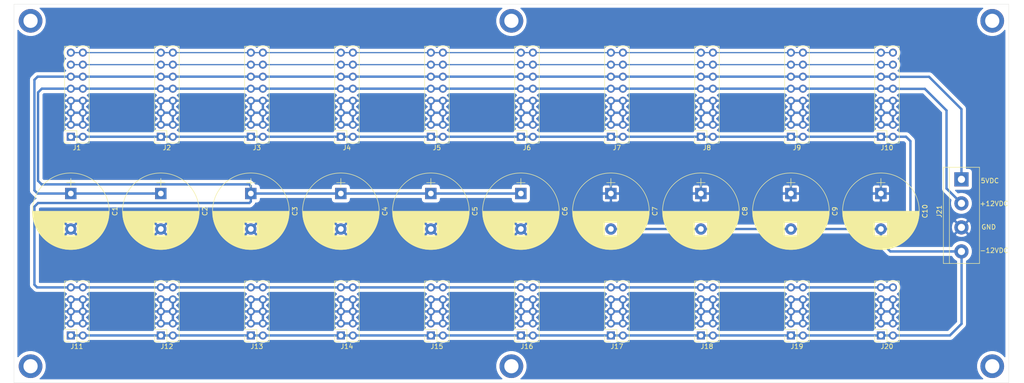
<source format=kicad_pcb>
(kicad_pcb (version 20171130) (host pcbnew "(5.1.5)-3")
  (layers (0 F.Cu signal) (31 B.Cu signal) (34 B.Paste user) (35 F.Paste user) (36 B.SilkS user) (37 F.SilkS user) (38 B.Mask user) (39 F.Mask user) (44 Edge.Cuts user))
  (net 0 "")
  (net 1 /Gate)
  (net 2 /CV)
  (net 3 /0VDC)
  (net 4 /+5VDC)
  (net 5 /+12VDC)
  (net 6 /-12VDC)
  (module Custom_Library:Mount_Hole_3mm (layer F.Cu) (at 3.5 74.5)
    (fp_text reference REF** hide)
    (fp_text value Mount_Hole_3mm)
    (pad 1 thru_hole circle (at 0 0) (size 5 5) (drill 3) (layers *.Cu *.Mask))
  )
  (module Custom_Library:Mount_Hole_3mm (layer F.Cu) (at 3.5 1.5)
    (fp_text reference REF** hide)
    (fp_text value Mount_Hole_3mm)
    (pad 1 thru_hole circle (at 0 0) (size 5 5) (drill 3) (layers *.Cu *.Mask))
  )
  (module Custom_Library:Mount_Hole_3mm (layer F.Cu) (at 206.5 74.5)
    (fp_text reference REF** hide)
    (fp_text value Mount_Hole_3mm)
    (pad 1 thru_hole circle (at 0 0) (size 5 5) (drill 3) (layers *.Cu *.Mask))
  )
  (module Custom_Library:Mount_Hole_3mm (layer F.Cu) (at 206.5 1.5)
    (fp_text reference REF** hide)
    (fp_text value Mount_Hole_3mm)
    (pad 1 thru_hole circle (at 0 0) (size 5 5) (drill 3) (layers *.Cu *.Mask))
  )
  (module Custom_Library:Mount_Hole_3mm (layer F.Cu) (at 105 74.5)
    (fp_text reference REF** hide)
    (fp_text value Mount_Hole_3mm)
    (pad 1 thru_hole circle (at 0 0) (size 5 5) (drill 3) (layers *.Cu *.Mask))
  )
  (module Custom_Library:Mount_Hole_3mm (layer F.Cu) (at 105 1.5)
    (fp_text reference REF** hide)
    (fp_text value Mount_Hole_3mm)
    (pad 1 thru_hole circle (at 0 0) (size 5 5) (drill 3) (layers *.Cu *.Mask))
  )
  (module Capacitors_THT:CP_Radial_D16.0mm_P7.50mm (layer F.Cu) (at 31 38 270)
    (fp_text reference C2 (at 3.75 -9.31 90) (layer F.SilkS))
    (fp_text value 2200uF)
    (pad 1 thru_hole rect (at 0 0 270) (size 2.4 2.4) (drill 1.2) (layers *.Cu *.Mask) (net 4 /+5VDC))
    (pad 2 thru_hole circle (at 7.5 0 270) (size 2.4 2.4) (drill 1.2) (layers *.Cu *.Mask) (net 3 /0VDC))
  )
  (module Socket_Strips:Socket_Strip_Straight_2x08_Pitch2.54mm (layer F.Cu) (at 164 26 180)
    (fp_text reference J9 (at -1.27 -2.33) (layer F.SilkS))
    (fp_text value Conn_02x08_Odd_Even)
    (pad 16 thru_hole oval (at -2.54 17.78 180) (size 1.7 1.7) (drill 1) (layers *.Cu *.Mask) (net 1 /Gate))
    (pad 15 thru_hole oval (at 0 17.78 180) (size 1.7 1.7) (drill 1) (layers *.Cu *.Mask) (net 1 /Gate))
    (pad 14 thru_hole oval (at -2.54 15.24 180) (size 1.7 1.7) (drill 1) (layers *.Cu *.Mask) (net 2 /CV))
    (pad 13 thru_hole oval (at 0 15.24 180) (size 1.7 1.7) (drill 1) (layers *.Cu *.Mask) (net 2 /CV))
    (pad 12 thru_hole oval (at -2.54 12.7 180) (size 1.7 1.7) (drill 1) (layers *.Cu *.Mask) (net 4 /+5VDC))
    (pad 11 thru_hole oval (at 0 12.7 180) (size 1.7 1.7) (drill 1) (layers *.Cu *.Mask) (net 4 /+5VDC))
    (pad 10 thru_hole oval (at -2.54 10.16 180) (size 1.7 1.7) (drill 1) (layers *.Cu *.Mask) (net 5 /+12VDC))
    (pad 9 thru_hole oval (at 0 10.16 180) (size 1.7 1.7) (drill 1) (layers *.Cu *.Mask) (net 5 /+12VDC))
    (pad 8 thru_hole oval (at -2.54 7.62 180) (size 1.7 1.7) (drill 1) (layers *.Cu *.Mask) (net 3 /0VDC))
    (pad 7 thru_hole oval (at 0 7.62 180) (size 1.7 1.7) (drill 1) (layers *.Cu *.Mask) (net 3 /0VDC))
    (pad 6 thru_hole oval (at -2.54 5.08 180) (size 1.7 1.7) (drill 1) (layers *.Cu *.Mask) (net 3 /0VDC))
    (pad 5 thru_hole oval (at 0 5.08 180) (size 1.7 1.7) (drill 1) (layers *.Cu *.Mask) (net 3 /0VDC))
    (pad 4 thru_hole oval (at -2.54 2.54 180) (size 1.7 1.7) (drill 1) (layers *.Cu *.Mask) (net 3 /0VDC))
    (pad 3 thru_hole oval (at 0 2.54 180) (size 1.7 1.7) (drill 1) (layers *.Cu *.Mask) (net 3 /0VDC))
    (pad 2 thru_hole oval (at -2.54 0 180) (size 1.7 1.7) (drill 1) (layers *.Cu *.Mask) (net 6 /-12VDC))
    (pad 1 thru_hole rect (at 0 0 180) (size 1.7 1.7) (drill 1) (layers *.Cu *.Mask) (net 6 /-12VDC))
  )
  (module Socket_Strips:Socket_Strip_Straight_2x08_Pitch2.54mm (layer F.Cu) (at 12 26 180)
    (fp_text reference J1 (at -1.27 -2.33) (layer F.SilkS))
    (fp_text value Conn_02x08_Odd_Even)
    (pad 16 thru_hole oval (at -2.54 17.78 180) (size 1.7 1.7) (drill 1) (layers *.Cu *.Mask) (net 1 /Gate))
    (pad 15 thru_hole oval (at 0 17.78 180) (size 1.7 1.7) (drill 1) (layers *.Cu *.Mask) (net 1 /Gate))
    (pad 14 thru_hole oval (at -2.54 15.24 180) (size 1.7 1.7) (drill 1) (layers *.Cu *.Mask) (net 2 /CV))
    (pad 13 thru_hole oval (at 0 15.24 180) (size 1.7 1.7) (drill 1) (layers *.Cu *.Mask) (net 2 /CV))
    (pad 12 thru_hole oval (at -2.54 12.7 180) (size 1.7 1.7) (drill 1) (layers *.Cu *.Mask) (net 4 /+5VDC))
    (pad 11 thru_hole oval (at 0 12.7 180) (size 1.7 1.7) (drill 1) (layers *.Cu *.Mask) (net 4 /+5VDC))
    (pad 10 thru_hole oval (at -2.54 10.16 180) (size 1.7 1.7) (drill 1) (layers *.Cu *.Mask) (net 5 /+12VDC))
    (pad 9 thru_hole oval (at 0 10.16 180) (size 1.7 1.7) (drill 1) (layers *.Cu *.Mask) (net 5 /+12VDC))
    (pad 8 thru_hole oval (at -2.54 7.62 180) (size 1.7 1.7) (drill 1) (layers *.Cu *.Mask) (net 3 /0VDC))
    (pad 7 thru_hole oval (at 0 7.62 180) (size 1.7 1.7) (drill 1) (layers *.Cu *.Mask) (net 3 /0VDC))
    (pad 6 thru_hole oval (at -2.54 5.08 180) (size 1.7 1.7) (drill 1) (layers *.Cu *.Mask) (net 3 /0VDC))
    (pad 5 thru_hole oval (at 0 5.08 180) (size 1.7 1.7) (drill 1) (layers *.Cu *.Mask) (net 3 /0VDC))
    (pad 4 thru_hole oval (at -2.54 2.54 180) (size 1.7 1.7) (drill 1) (layers *.Cu *.Mask) (net 3 /0VDC))
    (pad 3 thru_hole oval (at 0 2.54 180) (size 1.7 1.7) (drill 1) (layers *.Cu *.Mask) (net 3 /0VDC))
    (pad 2 thru_hole oval (at -2.54 0 180) (size 1.7 1.7) (drill 1) (layers *.Cu *.Mask) (net 6 /-12VDC))
    (pad 1 thru_hole rect (at 0 0 180) (size 1.7 1.7) (drill 1) (layers *.Cu *.Mask) (net 6 /-12VDC))
  )
  (module Socket_Strips:Socket_Strip_Straight_2x08_Pitch2.54mm (layer F.Cu) (at 31 26 180)
    (fp_text reference J2 (at -1.27 -2.33) (layer F.SilkS))
    (fp_text value Conn_02x08_Odd_Even)
    (pad 16 thru_hole oval (at -2.54 17.78 180) (size 1.7 1.7) (drill 1) (layers *.Cu *.Mask) (net 1 /Gate))
    (pad 15 thru_hole oval (at 0 17.78 180) (size 1.7 1.7) (drill 1) (layers *.Cu *.Mask) (net 1 /Gate))
    (pad 14 thru_hole oval (at -2.54 15.24 180) (size 1.7 1.7) (drill 1) (layers *.Cu *.Mask) (net 2 /CV))
    (pad 13 thru_hole oval (at 0 15.24 180) (size 1.7 1.7) (drill 1) (layers *.Cu *.Mask) (net 2 /CV))
    (pad 12 thru_hole oval (at -2.54 12.7 180) (size 1.7 1.7) (drill 1) (layers *.Cu *.Mask) (net 4 /+5VDC))
    (pad 11 thru_hole oval (at 0 12.7 180) (size 1.7 1.7) (drill 1) (layers *.Cu *.Mask) (net 4 /+5VDC))
    (pad 10 thru_hole oval (at -2.54 10.16 180) (size 1.7 1.7) (drill 1) (layers *.Cu *.Mask) (net 5 /+12VDC))
    (pad 9 thru_hole oval (at 0 10.16 180) (size 1.7 1.7) (drill 1) (layers *.Cu *.Mask) (net 5 /+12VDC))
    (pad 8 thru_hole oval (at -2.54 7.62 180) (size 1.7 1.7) (drill 1) (layers *.Cu *.Mask) (net 3 /0VDC))
    (pad 7 thru_hole oval (at 0 7.62 180) (size 1.7 1.7) (drill 1) (layers *.Cu *.Mask) (net 3 /0VDC))
    (pad 6 thru_hole oval (at -2.54 5.08 180) (size 1.7 1.7) (drill 1) (layers *.Cu *.Mask) (net 3 /0VDC))
    (pad 5 thru_hole oval (at 0 5.08 180) (size 1.7 1.7) (drill 1) (layers *.Cu *.Mask) (net 3 /0VDC))
    (pad 4 thru_hole oval (at -2.54 2.54 180) (size 1.7 1.7) (drill 1) (layers *.Cu *.Mask) (net 3 /0VDC))
    (pad 3 thru_hole oval (at 0 2.54 180) (size 1.7 1.7) (drill 1) (layers *.Cu *.Mask) (net 3 /0VDC))
    (pad 2 thru_hole oval (at -2.54 0 180) (size 1.7 1.7) (drill 1) (layers *.Cu *.Mask) (net 6 /-12VDC))
    (pad 1 thru_hole rect (at 0 0 180) (size 1.7 1.7) (drill 1) (layers *.Cu *.Mask) (net 6 /-12VDC))
  )
  (module Socket_Strips:Socket_Strip_Straight_2x08_Pitch2.54mm (layer F.Cu) (at 50 26 180)
    (fp_text reference J3 (at -1.27 -2.33) (layer F.SilkS))
    (fp_text value Conn_02x08_Odd_Even)
    (pad 1 thru_hole rect (at 0 0 180) (size 1.7 1.7) (drill 1) (layers *.Cu *.Mask) (net 6 /-12VDC))
    (pad 2 thru_hole oval (at -2.54 0 180) (size 1.7 1.7) (drill 1) (layers *.Cu *.Mask) (net 6 /-12VDC))
    (pad 3 thru_hole oval (at 0 2.54 180) (size 1.7 1.7) (drill 1) (layers *.Cu *.Mask) (net 3 /0VDC))
    (pad 4 thru_hole oval (at -2.54 2.54 180) (size 1.7 1.7) (drill 1) (layers *.Cu *.Mask) (net 3 /0VDC))
    (pad 5 thru_hole oval (at 0 5.08 180) (size 1.7 1.7) (drill 1) (layers *.Cu *.Mask) (net 3 /0VDC))
    (pad 6 thru_hole oval (at -2.54 5.08 180) (size 1.7 1.7) (drill 1) (layers *.Cu *.Mask) (net 3 /0VDC))
    (pad 7 thru_hole oval (at 0 7.62 180) (size 1.7 1.7) (drill 1) (layers *.Cu *.Mask) (net 3 /0VDC))
    (pad 8 thru_hole oval (at -2.54 7.62 180) (size 1.7 1.7) (drill 1) (layers *.Cu *.Mask) (net 3 /0VDC))
    (pad 9 thru_hole oval (at 0 10.16 180) (size 1.7 1.7) (drill 1) (layers *.Cu *.Mask) (net 5 /+12VDC))
    (pad 10 thru_hole oval (at -2.54 10.16 180) (size 1.7 1.7) (drill 1) (layers *.Cu *.Mask) (net 5 /+12VDC))
    (pad 11 thru_hole oval (at 0 12.7 180) (size 1.7 1.7) (drill 1) (layers *.Cu *.Mask) (net 4 /+5VDC))
    (pad 12 thru_hole oval (at -2.54 12.7 180) (size 1.7 1.7) (drill 1) (layers *.Cu *.Mask) (net 4 /+5VDC))
    (pad 13 thru_hole oval (at 0 15.24 180) (size 1.7 1.7) (drill 1) (layers *.Cu *.Mask) (net 2 /CV))
    (pad 14 thru_hole oval (at -2.54 15.24 180) (size 1.7 1.7) (drill 1) (layers *.Cu *.Mask) (net 2 /CV))
    (pad 15 thru_hole oval (at 0 17.78 180) (size 1.7 1.7) (drill 1) (layers *.Cu *.Mask) (net 1 /Gate))
    (pad 16 thru_hole oval (at -2.54 17.78 180) (size 1.7 1.7) (drill 1) (layers *.Cu *.Mask) (net 1 /Gate))
  )
  (module Socket_Strips:Socket_Strip_Straight_2x08_Pitch2.54mm (layer F.Cu) (at 69 26 180)
    (fp_text reference J4 (at -1.27 -2.33) (layer F.SilkS))
    (fp_text value Conn_02x08_Odd_Even)
    (pad 16 thru_hole oval (at -2.54 17.78 180) (size 1.7 1.7) (drill 1) (layers *.Cu *.Mask) (net 1 /Gate))
    (pad 15 thru_hole oval (at 0 17.78 180) (size 1.7 1.7) (drill 1) (layers *.Cu *.Mask) (net 1 /Gate))
    (pad 14 thru_hole oval (at -2.54 15.24 180) (size 1.7 1.7) (drill 1) (layers *.Cu *.Mask) (net 2 /CV))
    (pad 13 thru_hole oval (at 0 15.24 180) (size 1.7 1.7) (drill 1) (layers *.Cu *.Mask) (net 2 /CV))
    (pad 12 thru_hole oval (at -2.54 12.7 180) (size 1.7 1.7) (drill 1) (layers *.Cu *.Mask) (net 4 /+5VDC))
    (pad 11 thru_hole oval (at 0 12.7 180) (size 1.7 1.7) (drill 1) (layers *.Cu *.Mask) (net 4 /+5VDC))
    (pad 10 thru_hole oval (at -2.54 10.16 180) (size 1.7 1.7) (drill 1) (layers *.Cu *.Mask) (net 5 /+12VDC))
    (pad 9 thru_hole oval (at 0 10.16 180) (size 1.7 1.7) (drill 1) (layers *.Cu *.Mask) (net 5 /+12VDC))
    (pad 8 thru_hole oval (at -2.54 7.62 180) (size 1.7 1.7) (drill 1) (layers *.Cu *.Mask) (net 3 /0VDC))
    (pad 7 thru_hole oval (at 0 7.62 180) (size 1.7 1.7) (drill 1) (layers *.Cu *.Mask) (net 3 /0VDC))
    (pad 6 thru_hole oval (at -2.54 5.08 180) (size 1.7 1.7) (drill 1) (layers *.Cu *.Mask) (net 3 /0VDC))
    (pad 5 thru_hole oval (at 0 5.08 180) (size 1.7 1.7) (drill 1) (layers *.Cu *.Mask) (net 3 /0VDC))
    (pad 4 thru_hole oval (at -2.54 2.54 180) (size 1.7 1.7) (drill 1) (layers *.Cu *.Mask) (net 3 /0VDC))
    (pad 3 thru_hole oval (at 0 2.54 180) (size 1.7 1.7) (drill 1) (layers *.Cu *.Mask) (net 3 /0VDC))
    (pad 2 thru_hole oval (at -2.54 0 180) (size 1.7 1.7) (drill 1) (layers *.Cu *.Mask) (net 6 /-12VDC))
    (pad 1 thru_hole rect (at 0 0 180) (size 1.7 1.7) (drill 1) (layers *.Cu *.Mask) (net 6 /-12VDC))
  )
  (module Socket_Strips:Socket_Strip_Straight_2x08_Pitch2.54mm (layer F.Cu) (at 88 26 180)
    (fp_text reference J5 (at -1.27 -2.33) (layer F.SilkS))
    (fp_text value Conn_02x08_Odd_Even)
    (pad 1 thru_hole rect (at 0 0 180) (size 1.7 1.7) (drill 1) (layers *.Cu *.Mask) (net 6 /-12VDC))
    (pad 2 thru_hole oval (at -2.54 0 180) (size 1.7 1.7) (drill 1) (layers *.Cu *.Mask) (net 6 /-12VDC))
    (pad 3 thru_hole oval (at 0 2.54 180) (size 1.7 1.7) (drill 1) (layers *.Cu *.Mask) (net 3 /0VDC))
    (pad 4 thru_hole oval (at -2.54 2.54 180) (size 1.7 1.7) (drill 1) (layers *.Cu *.Mask) (net 3 /0VDC))
    (pad 5 thru_hole oval (at 0 5.08 180) (size 1.7 1.7) (drill 1) (layers *.Cu *.Mask) (net 3 /0VDC))
    (pad 6 thru_hole oval (at -2.54 5.08 180) (size 1.7 1.7) (drill 1) (layers *.Cu *.Mask) (net 3 /0VDC))
    (pad 7 thru_hole oval (at 0 7.62 180) (size 1.7 1.7) (drill 1) (layers *.Cu *.Mask) (net 3 /0VDC))
    (pad 8 thru_hole oval (at -2.54 7.62 180) (size 1.7 1.7) (drill 1) (layers *.Cu *.Mask) (net 3 /0VDC))
    (pad 9 thru_hole oval (at 0 10.16 180) (size 1.7 1.7) (drill 1) (layers *.Cu *.Mask) (net 5 /+12VDC))
    (pad 10 thru_hole oval (at -2.54 10.16 180) (size 1.7 1.7) (drill 1) (layers *.Cu *.Mask) (net 5 /+12VDC))
    (pad 11 thru_hole oval (at 0 12.7 180) (size 1.7 1.7) (drill 1) (layers *.Cu *.Mask) (net 4 /+5VDC))
    (pad 12 thru_hole oval (at -2.54 12.7 180) (size 1.7 1.7) (drill 1) (layers *.Cu *.Mask) (net 4 /+5VDC))
    (pad 13 thru_hole oval (at 0 15.24 180) (size 1.7 1.7) (drill 1) (layers *.Cu *.Mask) (net 2 /CV))
    (pad 14 thru_hole oval (at -2.54 15.24 180) (size 1.7 1.7) (drill 1) (layers *.Cu *.Mask) (net 2 /CV))
    (pad 15 thru_hole oval (at 0 17.78 180) (size 1.7 1.7) (drill 1) (layers *.Cu *.Mask) (net 1 /Gate))
    (pad 16 thru_hole oval (at -2.54 17.78 180) (size 1.7 1.7) (drill 1) (layers *.Cu *.Mask) (net 1 /Gate))
  )
  (module Socket_Strips:Socket_Strip_Straight_2x08_Pitch2.54mm (layer F.Cu) (at 107 26 180)
    (fp_text reference J6 (at -1.27 -2.33) (layer F.SilkS))
    (fp_text value Conn_02x08_Odd_Even)
    (pad 1 thru_hole rect (at 0 0 180) (size 1.7 1.7) (drill 1) (layers *.Cu *.Mask) (net 6 /-12VDC))
    (pad 2 thru_hole oval (at -2.54 0 180) (size 1.7 1.7) (drill 1) (layers *.Cu *.Mask) (net 6 /-12VDC))
    (pad 3 thru_hole oval (at 0 2.54 180) (size 1.7 1.7) (drill 1) (layers *.Cu *.Mask) (net 3 /0VDC))
    (pad 4 thru_hole oval (at -2.54 2.54 180) (size 1.7 1.7) (drill 1) (layers *.Cu *.Mask) (net 3 /0VDC))
    (pad 5 thru_hole oval (at 0 5.08 180) (size 1.7 1.7) (drill 1) (layers *.Cu *.Mask) (net 3 /0VDC))
    (pad 6 thru_hole oval (at -2.54 5.08 180) (size 1.7 1.7) (drill 1) (layers *.Cu *.Mask) (net 3 /0VDC))
    (pad 7 thru_hole oval (at 0 7.62 180) (size 1.7 1.7) (drill 1) (layers *.Cu *.Mask) (net 3 /0VDC))
    (pad 8 thru_hole oval (at -2.54 7.62 180) (size 1.7 1.7) (drill 1) (layers *.Cu *.Mask) (net 3 /0VDC))
    (pad 9 thru_hole oval (at 0 10.16 180) (size 1.7 1.7) (drill 1) (layers *.Cu *.Mask) (net 5 /+12VDC))
    (pad 10 thru_hole oval (at -2.54 10.16 180) (size 1.7 1.7) (drill 1) (layers *.Cu *.Mask) (net 5 /+12VDC))
    (pad 11 thru_hole oval (at 0 12.7 180) (size 1.7 1.7) (drill 1) (layers *.Cu *.Mask) (net 4 /+5VDC))
    (pad 12 thru_hole oval (at -2.54 12.7 180) (size 1.7 1.7) (drill 1) (layers *.Cu *.Mask) (net 4 /+5VDC))
    (pad 13 thru_hole oval (at 0 15.24 180) (size 1.7 1.7) (drill 1) (layers *.Cu *.Mask) (net 2 /CV))
    (pad 14 thru_hole oval (at -2.54 15.24 180) (size 1.7 1.7) (drill 1) (layers *.Cu *.Mask) (net 2 /CV))
    (pad 15 thru_hole oval (at 0 17.78 180) (size 1.7 1.7) (drill 1) (layers *.Cu *.Mask) (net 1 /Gate))
    (pad 16 thru_hole oval (at -2.54 17.78 180) (size 1.7 1.7) (drill 1) (layers *.Cu *.Mask) (net 1 /Gate))
  )
  (module Socket_Strips:Socket_Strip_Straight_2x08_Pitch2.54mm (layer F.Cu) (at 126 26 180)
    (fp_text reference J7 (at -1.27 -2.33) (layer F.SilkS))
    (fp_text value Conn_02x08_Odd_Even)
    (pad 16 thru_hole oval (at -2.54 17.78 180) (size 1.7 1.7) (drill 1) (layers *.Cu *.Mask) (net 1 /Gate))
    (pad 15 thru_hole oval (at 0 17.78 180) (size 1.7 1.7) (drill 1) (layers *.Cu *.Mask) (net 1 /Gate))
    (pad 14 thru_hole oval (at -2.54 15.24 180) (size 1.7 1.7) (drill 1) (layers *.Cu *.Mask) (net 2 /CV))
    (pad 13 thru_hole oval (at 0 15.24 180) (size 1.7 1.7) (drill 1) (layers *.Cu *.Mask) (net 2 /CV))
    (pad 12 thru_hole oval (at -2.54 12.7 180) (size 1.7 1.7) (drill 1) (layers *.Cu *.Mask) (net 4 /+5VDC))
    (pad 11 thru_hole oval (at 0 12.7 180) (size 1.7 1.7) (drill 1) (layers *.Cu *.Mask) (net 4 /+5VDC))
    (pad 10 thru_hole oval (at -2.54 10.16 180) (size 1.7 1.7) (drill 1) (layers *.Cu *.Mask) (net 5 /+12VDC))
    (pad 9 thru_hole oval (at 0 10.16 180) (size 1.7 1.7) (drill 1) (layers *.Cu *.Mask) (net 5 /+12VDC))
    (pad 8 thru_hole oval (at -2.54 7.62 180) (size 1.7 1.7) (drill 1) (layers *.Cu *.Mask) (net 3 /0VDC))
    (pad 7 thru_hole oval (at 0 7.62 180) (size 1.7 1.7) (drill 1) (layers *.Cu *.Mask) (net 3 /0VDC))
    (pad 6 thru_hole oval (at -2.54 5.08 180) (size 1.7 1.7) (drill 1) (layers *.Cu *.Mask) (net 3 /0VDC))
    (pad 5 thru_hole oval (at 0 5.08 180) (size 1.7 1.7) (drill 1) (layers *.Cu *.Mask) (net 3 /0VDC))
    (pad 4 thru_hole oval (at -2.54 2.54 180) (size 1.7 1.7) (drill 1) (layers *.Cu *.Mask) (net 3 /0VDC))
    (pad 3 thru_hole oval (at 0 2.54 180) (size 1.7 1.7) (drill 1) (layers *.Cu *.Mask) (net 3 /0VDC))
    (pad 2 thru_hole oval (at -2.54 0 180) (size 1.7 1.7) (drill 1) (layers *.Cu *.Mask) (net 6 /-12VDC))
    (pad 1 thru_hole rect (at 0 0 180) (size 1.7 1.7) (drill 1) (layers *.Cu *.Mask) (net 6 /-12VDC))
  )
  (module Socket_Strips:Socket_Strip_Straight_2x08_Pitch2.54mm (layer F.Cu) (at 145 26 180)
    (fp_text reference J8 (at -1.27 -2.33) (layer F.SilkS))
    (fp_text value Conn_02x08_Odd_Even)
    (pad 1 thru_hole rect (at 0 0 180) (size 1.7 1.7) (drill 1) (layers *.Cu *.Mask) (net 6 /-12VDC))
    (pad 2 thru_hole oval (at -2.54 0 180) (size 1.7 1.7) (drill 1) (layers *.Cu *.Mask) (net 6 /-12VDC))
    (pad 3 thru_hole oval (at 0 2.54 180) (size 1.7 1.7) (drill 1) (layers *.Cu *.Mask) (net 3 /0VDC))
    (pad 4 thru_hole oval (at -2.54 2.54 180) (size 1.7 1.7) (drill 1) (layers *.Cu *.Mask) (net 3 /0VDC))
    (pad 5 thru_hole oval (at 0 5.08 180) (size 1.7 1.7) (drill 1) (layers *.Cu *.Mask) (net 3 /0VDC))
    (pad 6 thru_hole oval (at -2.54 5.08 180) (size 1.7 1.7) (drill 1) (layers *.Cu *.Mask) (net 3 /0VDC))
    (pad 7 thru_hole oval (at 0 7.62 180) (size 1.7 1.7) (drill 1) (layers *.Cu *.Mask) (net 3 /0VDC))
    (pad 8 thru_hole oval (at -2.54 7.62 180) (size 1.7 1.7) (drill 1) (layers *.Cu *.Mask) (net 3 /0VDC))
    (pad 9 thru_hole oval (at 0 10.16 180) (size 1.7 1.7) (drill 1) (layers *.Cu *.Mask) (net 5 /+12VDC))
    (pad 10 thru_hole oval (at -2.54 10.16 180) (size 1.7 1.7) (drill 1) (layers *.Cu *.Mask) (net 5 /+12VDC))
    (pad 11 thru_hole oval (at 0 12.7 180) (size 1.7 1.7) (drill 1) (layers *.Cu *.Mask) (net 4 /+5VDC))
    (pad 12 thru_hole oval (at -2.54 12.7 180) (size 1.7 1.7) (drill 1) (layers *.Cu *.Mask) (net 4 /+5VDC))
    (pad 13 thru_hole oval (at 0 15.24 180) (size 1.7 1.7) (drill 1) (layers *.Cu *.Mask) (net 2 /CV))
    (pad 14 thru_hole oval (at -2.54 15.24 180) (size 1.7 1.7) (drill 1) (layers *.Cu *.Mask) (net 2 /CV))
    (pad 15 thru_hole oval (at 0 17.78 180) (size 1.7 1.7) (drill 1) (layers *.Cu *.Mask) (net 1 /Gate))
    (pad 16 thru_hole oval (at -2.54 17.78 180) (size 1.7 1.7) (drill 1) (layers *.Cu *.Mask) (net 1 /Gate))
  )
  (module Socket_Strips:Socket_Strip_Straight_2x08_Pitch2.54mm (layer F.Cu) (at 183 26 180)
    (fp_text reference J10 (at -1.27 -2.33) (layer F.SilkS))
    (fp_text value Conn_02x08_Odd_Even)
    (pad 1 thru_hole rect (at 0 0 180) (size 1.7 1.7) (drill 1) (layers *.Cu *.Mask) (net 6 /-12VDC))
    (pad 2 thru_hole oval (at -2.54 0 180) (size 1.7 1.7) (drill 1) (layers *.Cu *.Mask) (net 6 /-12VDC))
    (pad 3 thru_hole oval (at 0 2.54 180) (size 1.7 1.7) (drill 1) (layers *.Cu *.Mask) (net 3 /0VDC))
    (pad 4 thru_hole oval (at -2.54 2.54 180) (size 1.7 1.7) (drill 1) (layers *.Cu *.Mask) (net 3 /0VDC))
    (pad 5 thru_hole oval (at 0 5.08 180) (size 1.7 1.7) (drill 1) (layers *.Cu *.Mask) (net 3 /0VDC))
    (pad 6 thru_hole oval (at -2.54 5.08 180) (size 1.7 1.7) (drill 1) (layers *.Cu *.Mask) (net 3 /0VDC))
    (pad 7 thru_hole oval (at 0 7.62 180) (size 1.7 1.7) (drill 1) (layers *.Cu *.Mask) (net 3 /0VDC))
    (pad 8 thru_hole oval (at -2.54 7.62 180) (size 1.7 1.7) (drill 1) (layers *.Cu *.Mask) (net 3 /0VDC))
    (pad 9 thru_hole oval (at 0 10.16 180) (size 1.7 1.7) (drill 1) (layers *.Cu *.Mask) (net 5 /+12VDC))
    (pad 10 thru_hole oval (at -2.54 10.16 180) (size 1.7 1.7) (drill 1) (layers *.Cu *.Mask) (net 5 /+12VDC))
    (pad 11 thru_hole oval (at 0 12.7 180) (size 1.7 1.7) (drill 1) (layers *.Cu *.Mask) (net 4 /+5VDC))
    (pad 12 thru_hole oval (at -2.54 12.7 180) (size 1.7 1.7) (drill 1) (layers *.Cu *.Mask) (net 4 /+5VDC))
    (pad 13 thru_hole oval (at 0 15.24 180) (size 1.7 1.7) (drill 1) (layers *.Cu *.Mask) (net 2 /CV))
    (pad 14 thru_hole oval (at -2.54 15.24 180) (size 1.7 1.7) (drill 1) (layers *.Cu *.Mask) (net 2 /CV))
    (pad 15 thru_hole oval (at 0 17.78 180) (size 1.7 1.7) (drill 1) (layers *.Cu *.Mask) (net 1 /Gate))
    (pad 16 thru_hole oval (at -2.54 17.78 180) (size 1.7 1.7) (drill 1) (layers *.Cu *.Mask) (net 1 /Gate))
  )
  (module Socket_Strips:Socket_Strip_Straight_2x05_Pitch2.54mm (layer F.Cu) (at 12 68 180)
    (fp_text reference J11 (at -1.27 -2.33) (layer F.SilkS))
    (fp_text value Conn_02x05_Odd_Even)
    (pad 1 thru_hole rect (at 0 0 180) (size 1.7 1.7) (drill 1) (layers *.Cu *.Mask) (net 6 /-12VDC))
    (pad 2 thru_hole oval (at -2.54 0 180) (size 1.7 1.7) (drill 1) (layers *.Cu *.Mask) (net 6 /-12VDC))
    (pad 3 thru_hole oval (at 0 2.54 180) (size 1.7 1.7) (drill 1) (layers *.Cu *.Mask) (net 3 /0VDC))
    (pad 4 thru_hole oval (at -2.54 2.54 180) (size 1.7 1.7) (drill 1) (layers *.Cu *.Mask) (net 3 /0VDC))
    (pad 5 thru_hole oval (at 0 5.08 180) (size 1.7 1.7) (drill 1) (layers *.Cu *.Mask) (net 3 /0VDC))
    (pad 6 thru_hole oval (at -2.54 5.08 180) (size 1.7 1.7) (drill 1) (layers *.Cu *.Mask) (net 3 /0VDC))
    (pad 7 thru_hole oval (at 0 7.62 180) (size 1.7 1.7) (drill 1) (layers *.Cu *.Mask) (net 3 /0VDC))
    (pad 8 thru_hole oval (at -2.54 7.62 180) (size 1.7 1.7) (drill 1) (layers *.Cu *.Mask) (net 3 /0VDC))
    (pad 9 thru_hole oval (at 0 10.16 180) (size 1.7 1.7) (drill 1) (layers *.Cu *.Mask) (net 5 /+12VDC))
    (pad 10 thru_hole oval (at -2.54 10.16 180) (size 1.7 1.7) (drill 1) (layers *.Cu *.Mask) (net 5 /+12VDC))
  )
  (module Socket_Strips:Socket_Strip_Straight_2x05_Pitch2.54mm (layer F.Cu) (at 31 68 180)
    (fp_text reference J12 (at -1.27 -2.33) (layer F.SilkS))
    (fp_text value Conn_02x05_Odd_Even)
    (pad 10 thru_hole oval (at -2.54 10.16 180) (size 1.7 1.7) (drill 1) (layers *.Cu *.Mask) (net 5 /+12VDC))
    (pad 9 thru_hole oval (at 0 10.16 180) (size 1.7 1.7) (drill 1) (layers *.Cu *.Mask) (net 5 /+12VDC))
    (pad 8 thru_hole oval (at -2.54 7.62 180) (size 1.7 1.7) (drill 1) (layers *.Cu *.Mask) (net 3 /0VDC))
    (pad 7 thru_hole oval (at 0 7.62 180) (size 1.7 1.7) (drill 1) (layers *.Cu *.Mask) (net 3 /0VDC))
    (pad 6 thru_hole oval (at -2.54 5.08 180) (size 1.7 1.7) (drill 1) (layers *.Cu *.Mask) (net 3 /0VDC))
    (pad 5 thru_hole oval (at 0 5.08 180) (size 1.7 1.7) (drill 1) (layers *.Cu *.Mask) (net 3 /0VDC))
    (pad 4 thru_hole oval (at -2.54 2.54 180) (size 1.7 1.7) (drill 1) (layers *.Cu *.Mask) (net 3 /0VDC))
    (pad 3 thru_hole oval (at 0 2.54 180) (size 1.7 1.7) (drill 1) (layers *.Cu *.Mask) (net 3 /0VDC))
    (pad 2 thru_hole oval (at -2.54 0 180) (size 1.7 1.7) (drill 1) (layers *.Cu *.Mask) (net 6 /-12VDC))
    (pad 1 thru_hole rect (at 0 0 180) (size 1.7 1.7) (drill 1) (layers *.Cu *.Mask) (net 6 /-12VDC))
  )
  (module Socket_Strips:Socket_Strip_Straight_2x05_Pitch2.54mm (layer F.Cu) (at 50 68 180)
    (fp_text reference J13 (at -1.27 -2.33) (layer F.SilkS))
    (fp_text value Conn_02x05_Odd_Even)
    (pad 1 thru_hole rect (at 0 0 180) (size 1.7 1.7) (drill 1) (layers *.Cu *.Mask) (net 6 /-12VDC))
    (pad 2 thru_hole oval (at -2.54 0 180) (size 1.7 1.7) (drill 1) (layers *.Cu *.Mask) (net 6 /-12VDC))
    (pad 3 thru_hole oval (at 0 2.54 180) (size 1.7 1.7) (drill 1) (layers *.Cu *.Mask) (net 3 /0VDC))
    (pad 4 thru_hole oval (at -2.54 2.54 180) (size 1.7 1.7) (drill 1) (layers *.Cu *.Mask) (net 3 /0VDC))
    (pad 5 thru_hole oval (at 0 5.08 180) (size 1.7 1.7) (drill 1) (layers *.Cu *.Mask) (net 3 /0VDC))
    (pad 6 thru_hole oval (at -2.54 5.08 180) (size 1.7 1.7) (drill 1) (layers *.Cu *.Mask) (net 3 /0VDC))
    (pad 7 thru_hole oval (at 0 7.62 180) (size 1.7 1.7) (drill 1) (layers *.Cu *.Mask) (net 3 /0VDC))
    (pad 8 thru_hole oval (at -2.54 7.62 180) (size 1.7 1.7) (drill 1) (layers *.Cu *.Mask) (net 3 /0VDC))
    (pad 9 thru_hole oval (at 0 10.16 180) (size 1.7 1.7) (drill 1) (layers *.Cu *.Mask) (net 5 /+12VDC))
    (pad 10 thru_hole oval (at -2.54 10.16 180) (size 1.7 1.7) (drill 1) (layers *.Cu *.Mask) (net 5 /+12VDC))
  )
  (module Socket_Strips:Socket_Strip_Straight_2x05_Pitch2.54mm (layer F.Cu) (at 69 68 180)
    (fp_text reference J14 (at -1.27 -2.33) (layer F.SilkS))
    (fp_text value Conn_02x05_Odd_Even)
    (pad 10 thru_hole oval (at -2.54 10.16 180) (size 1.7 1.7) (drill 1) (layers *.Cu *.Mask) (net 5 /+12VDC))
    (pad 9 thru_hole oval (at 0 10.16 180) (size 1.7 1.7) (drill 1) (layers *.Cu *.Mask) (net 5 /+12VDC))
    (pad 8 thru_hole oval (at -2.54 7.62 180) (size 1.7 1.7) (drill 1) (layers *.Cu *.Mask) (net 3 /0VDC))
    (pad 7 thru_hole oval (at 0 7.62 180) (size 1.7 1.7) (drill 1) (layers *.Cu *.Mask) (net 3 /0VDC))
    (pad 6 thru_hole oval (at -2.54 5.08 180) (size 1.7 1.7) (drill 1) (layers *.Cu *.Mask) (net 3 /0VDC))
    (pad 5 thru_hole oval (at 0 5.08 180) (size 1.7 1.7) (drill 1) (layers *.Cu *.Mask) (net 3 /0VDC))
    (pad 4 thru_hole oval (at -2.54 2.54 180) (size 1.7 1.7) (drill 1) (layers *.Cu *.Mask) (net 3 /0VDC))
    (pad 3 thru_hole oval (at 0 2.54 180) (size 1.7 1.7) (drill 1) (layers *.Cu *.Mask) (net 3 /0VDC))
    (pad 2 thru_hole oval (at -2.54 0 180) (size 1.7 1.7) (drill 1) (layers *.Cu *.Mask) (net 6 /-12VDC))
    (pad 1 thru_hole rect (at 0 0 180) (size 1.7 1.7) (drill 1) (layers *.Cu *.Mask) (net 6 /-12VDC))
  )
  (module Socket_Strips:Socket_Strip_Straight_2x05_Pitch2.54mm (layer F.Cu) (at 88 68 180)
    (fp_text reference J15 (at -1.27 -2.33) (layer F.SilkS))
    (fp_text value Conn_02x05_Odd_Even)
    (pad 10 thru_hole oval (at -2.54 10.16 180) (size 1.7 1.7) (drill 1) (layers *.Cu *.Mask) (net 5 /+12VDC))
    (pad 9 thru_hole oval (at 0 10.16 180) (size 1.7 1.7) (drill 1) (layers *.Cu *.Mask) (net 5 /+12VDC))
    (pad 8 thru_hole oval (at -2.54 7.62 180) (size 1.7 1.7) (drill 1) (layers *.Cu *.Mask) (net 3 /0VDC))
    (pad 7 thru_hole oval (at 0 7.62 180) (size 1.7 1.7) (drill 1) (layers *.Cu *.Mask) (net 3 /0VDC))
    (pad 6 thru_hole oval (at -2.54 5.08 180) (size 1.7 1.7) (drill 1) (layers *.Cu *.Mask) (net 3 /0VDC))
    (pad 5 thru_hole oval (at 0 5.08 180) (size 1.7 1.7) (drill 1) (layers *.Cu *.Mask) (net 3 /0VDC))
    (pad 4 thru_hole oval (at -2.54 2.54 180) (size 1.7 1.7) (drill 1) (layers *.Cu *.Mask) (net 3 /0VDC))
    (pad 3 thru_hole oval (at 0 2.54 180) (size 1.7 1.7) (drill 1) (layers *.Cu *.Mask) (net 3 /0VDC))
    (pad 2 thru_hole oval (at -2.54 0 180) (size 1.7 1.7) (drill 1) (layers *.Cu *.Mask) (net 6 /-12VDC))
    (pad 1 thru_hole rect (at 0 0 180) (size 1.7 1.7) (drill 1) (layers *.Cu *.Mask) (net 6 /-12VDC))
  )
  (module Socket_Strips:Socket_Strip_Straight_2x05_Pitch2.54mm (layer F.Cu) (at 107 68 180)
    (fp_text reference J16 (at -1.27 -2.33) (layer F.SilkS))
    (fp_text value Conn_02x05_Odd_Even)
    (pad 10 thru_hole oval (at -2.54 10.16 180) (size 1.7 1.7) (drill 1) (layers *.Cu *.Mask) (net 5 /+12VDC))
    (pad 9 thru_hole oval (at 0 10.16 180) (size 1.7 1.7) (drill 1) (layers *.Cu *.Mask) (net 5 /+12VDC))
    (pad 8 thru_hole oval (at -2.54 7.62 180) (size 1.7 1.7) (drill 1) (layers *.Cu *.Mask) (net 3 /0VDC))
    (pad 7 thru_hole oval (at 0 7.62 180) (size 1.7 1.7) (drill 1) (layers *.Cu *.Mask) (net 3 /0VDC))
    (pad 6 thru_hole oval (at -2.54 5.08 180) (size 1.7 1.7) (drill 1) (layers *.Cu *.Mask) (net 3 /0VDC))
    (pad 5 thru_hole oval (at 0 5.08 180) (size 1.7 1.7) (drill 1) (layers *.Cu *.Mask) (net 3 /0VDC))
    (pad 4 thru_hole oval (at -2.54 2.54 180) (size 1.7 1.7) (drill 1) (layers *.Cu *.Mask) (net 3 /0VDC))
    (pad 3 thru_hole oval (at 0 2.54 180) (size 1.7 1.7) (drill 1) (layers *.Cu *.Mask) (net 3 /0VDC))
    (pad 2 thru_hole oval (at -2.54 0 180) (size 1.7 1.7) (drill 1) (layers *.Cu *.Mask) (net 6 /-12VDC))
    (pad 1 thru_hole rect (at 0 0 180) (size 1.7 1.7) (drill 1) (layers *.Cu *.Mask) (net 6 /-12VDC))
  )
  (module Socket_Strips:Socket_Strip_Straight_2x05_Pitch2.54mm (layer F.Cu) (at 126 68 180)
    (fp_text reference J17 (at -1.27 -2.33) (layer F.SilkS))
    (fp_text value Conn_02x05_Odd_Even)
    (pad 1 thru_hole rect (at 0 0 180) (size 1.7 1.7) (drill 1) (layers *.Cu *.Mask) (net 6 /-12VDC))
    (pad 2 thru_hole oval (at -2.54 0 180) (size 1.7 1.7) (drill 1) (layers *.Cu *.Mask) (net 6 /-12VDC))
    (pad 3 thru_hole oval (at 0 2.54 180) (size 1.7 1.7) (drill 1) (layers *.Cu *.Mask) (net 3 /0VDC))
    (pad 4 thru_hole oval (at -2.54 2.54 180) (size 1.7 1.7) (drill 1) (layers *.Cu *.Mask) (net 3 /0VDC))
    (pad 5 thru_hole oval (at 0 5.08 180) (size 1.7 1.7) (drill 1) (layers *.Cu *.Mask) (net 3 /0VDC))
    (pad 6 thru_hole oval (at -2.54 5.08 180) (size 1.7 1.7) (drill 1) (layers *.Cu *.Mask) (net 3 /0VDC))
    (pad 7 thru_hole oval (at 0 7.62 180) (size 1.7 1.7) (drill 1) (layers *.Cu *.Mask) (net 3 /0VDC))
    (pad 8 thru_hole oval (at -2.54 7.62 180) (size 1.7 1.7) (drill 1) (layers *.Cu *.Mask) (net 3 /0VDC))
    (pad 9 thru_hole oval (at 0 10.16 180) (size 1.7 1.7) (drill 1) (layers *.Cu *.Mask) (net 5 /+12VDC))
    (pad 10 thru_hole oval (at -2.54 10.16 180) (size 1.7 1.7) (drill 1) (layers *.Cu *.Mask) (net 5 /+12VDC))
  )
  (module Socket_Strips:Socket_Strip_Straight_2x05_Pitch2.54mm (layer F.Cu) (at 145 68 180)
    (fp_text reference J18 (at -1.27 -2.33) (layer F.SilkS))
    (fp_text value Conn_02x05_Odd_Even)
    (pad 1 thru_hole rect (at 0 0 180) (size 1.7 1.7) (drill 1) (layers *.Cu *.Mask) (net 6 /-12VDC))
    (pad 2 thru_hole oval (at -2.54 0 180) (size 1.7 1.7) (drill 1) (layers *.Cu *.Mask) (net 6 /-12VDC))
    (pad 3 thru_hole oval (at 0 2.54 180) (size 1.7 1.7) (drill 1) (layers *.Cu *.Mask) (net 3 /0VDC))
    (pad 4 thru_hole oval (at -2.54 2.54 180) (size 1.7 1.7) (drill 1) (layers *.Cu *.Mask) (net 3 /0VDC))
    (pad 5 thru_hole oval (at 0 5.08 180) (size 1.7 1.7) (drill 1) (layers *.Cu *.Mask) (net 3 /0VDC))
    (pad 6 thru_hole oval (at -2.54 5.08 180) (size 1.7 1.7) (drill 1) (layers *.Cu *.Mask) (net 3 /0VDC))
    (pad 7 thru_hole oval (at 0 7.62 180) (size 1.7 1.7) (drill 1) (layers *.Cu *.Mask) (net 3 /0VDC))
    (pad 8 thru_hole oval (at -2.54 7.62 180) (size 1.7 1.7) (drill 1) (layers *.Cu *.Mask) (net 3 /0VDC))
    (pad 9 thru_hole oval (at 0 10.16 180) (size 1.7 1.7) (drill 1) (layers *.Cu *.Mask) (net 5 /+12VDC))
    (pad 10 thru_hole oval (at -2.54 10.16 180) (size 1.7 1.7) (drill 1) (layers *.Cu *.Mask) (net 5 /+12VDC))
  )
  (module Socket_Strips:Socket_Strip_Straight_2x05_Pitch2.54mm (layer F.Cu) (at 164 68 180)
    (fp_text reference J19 (at -1.27 -2.33) (layer F.SilkS))
    (fp_text value Conn_02x05_Odd_Even)
    (pad 10 thru_hole oval (at -2.54 10.16 180) (size 1.7 1.7) (drill 1) (layers *.Cu *.Mask) (net 5 /+12VDC))
    (pad 9 thru_hole oval (at 0 10.16 180) (size 1.7 1.7) (drill 1) (layers *.Cu *.Mask) (net 5 /+12VDC))
    (pad 8 thru_hole oval (at -2.54 7.62 180) (size 1.7 1.7) (drill 1) (layers *.Cu *.Mask) (net 3 /0VDC))
    (pad 7 thru_hole oval (at 0 7.62 180) (size 1.7 1.7) (drill 1) (layers *.Cu *.Mask) (net 3 /0VDC))
    (pad 6 thru_hole oval (at -2.54 5.08 180) (size 1.7 1.7) (drill 1) (layers *.Cu *.Mask) (net 3 /0VDC))
    (pad 5 thru_hole oval (at 0 5.08 180) (size 1.7 1.7) (drill 1) (layers *.Cu *.Mask) (net 3 /0VDC))
    (pad 4 thru_hole oval (at -2.54 2.54 180) (size 1.7 1.7) (drill 1) (layers *.Cu *.Mask) (net 3 /0VDC))
    (pad 3 thru_hole oval (at 0 2.54 180) (size 1.7 1.7) (drill 1) (layers *.Cu *.Mask) (net 3 /0VDC))
    (pad 2 thru_hole oval (at -2.54 0 180) (size 1.7 1.7) (drill 1) (layers *.Cu *.Mask) (net 6 /-12VDC))
    (pad 1 thru_hole rect (at 0 0 180) (size 1.7 1.7) (drill 1) (layers *.Cu *.Mask) (net 6 /-12VDC))
  )
  (module Socket_Strips:Socket_Strip_Straight_2x05_Pitch2.54mm (layer F.Cu) (at 183 68 180)
    (fp_text reference J20 (at -1.27 -2.33) (layer F.SilkS))
    (fp_text value Conn_02x05_Odd_Even)
    (pad 1 thru_hole rect (at 0 0 180) (size 1.7 1.7) (drill 1) (layers *.Cu *.Mask) (net 6 /-12VDC))
    (pad 2 thru_hole oval (at -2.54 0 180) (size 1.7 1.7) (drill 1) (layers *.Cu *.Mask) (net 6 /-12VDC))
    (pad 3 thru_hole oval (at 0 2.54 180) (size 1.7 1.7) (drill 1) (layers *.Cu *.Mask) (net 3 /0VDC))
    (pad 4 thru_hole oval (at -2.54 2.54 180) (size 1.7 1.7) (drill 1) (layers *.Cu *.Mask) (net 3 /0VDC))
    (pad 5 thru_hole oval (at 0 5.08 180) (size 1.7 1.7) (drill 1) (layers *.Cu *.Mask) (net 3 /0VDC))
    (pad 6 thru_hole oval (at -2.54 5.08 180) (size 1.7 1.7) (drill 1) (layers *.Cu *.Mask) (net 3 /0VDC))
    (pad 7 thru_hole oval (at 0 7.62 180) (size 1.7 1.7) (drill 1) (layers *.Cu *.Mask) (net 3 /0VDC))
    (pad 8 thru_hole oval (at -2.54 7.62 180) (size 1.7 1.7) (drill 1) (layers *.Cu *.Mask) (net 3 /0VDC))
    (pad 9 thru_hole oval (at 0 10.16 180) (size 1.7 1.7) (drill 1) (layers *.Cu *.Mask) (net 5 /+12VDC))
    (pad 10 thru_hole oval (at -2.54 10.16 180) (size 1.7 1.7) (drill 1) (layers *.Cu *.Mask) (net 5 /+12VDC))
  )
  (module Capacitors_THT:CP_Radial_D16.0mm_P7.50mm (layer F.Cu) (at 12 38 270)
    (fp_text reference C1 (at 3.75 -9.31 90) (layer F.SilkS))
    (fp_text value 2200uF)
    (pad 2 thru_hole circle (at 7.5 0 270) (size 2.4 2.4) (drill 1.2) (layers *.Cu *.Mask) (net 3 /0VDC))
    (pad 1 thru_hole rect (at 0 0 270) (size 2.4 2.4) (drill 1.2) (layers *.Cu *.Mask) (net 4 /+5VDC))
  )
  (module Capacitors_THT:CP_Radial_D16.0mm_P7.50mm (layer F.Cu) (at 69 38 270)
    (fp_text reference C4 (at 3.75 -9.31 90) (layer F.SilkS))
    (fp_text value 2200uF)
    (pad 2 thru_hole circle (at 7.5 0 270) (size 2.4 2.4) (drill 1.2) (layers *.Cu *.Mask) (net 3 /0VDC))
    (pad 1 thru_hole rect (at 0 0 270) (size 2.4 2.4) (drill 1.2) (layers *.Cu *.Mask) (net 5 /+12VDC))
  )
  (module Capacitors_THT:CP_Radial_D16.0mm_P7.50mm (layer F.Cu) (at 50 38 270)
    (fp_text reference C3 (at 3.75 -9.31 90) (layer F.SilkS))
    (fp_text value 2200uF)
    (pad 2 thru_hole circle (at 7.5 0 270) (size 2.4 2.4) (drill 1.2) (layers *.Cu *.Mask) (net 3 /0VDC))
    (pad 1 thru_hole rect (at 0 0 270) (size 2.4 2.4) (drill 1.2) (layers *.Cu *.Mask) (net 5 /+12VDC))
  )
  (module Capacitors_THT:CP_Radial_D16.0mm_P7.50mm (layer F.Cu) (at 145 38 270)
    (fp_text reference C8 (at 3.75 -9.31 90) (layer F.SilkS))
    (fp_text value 2200uF)
    (pad 1 thru_hole rect (at 0 0 270) (size 2.4 2.4) (drill 1.2) (layers *.Cu *.Mask) (net 3 /0VDC))
    (pad 2 thru_hole circle (at 7.5 0 270) (size 2.4 2.4) (drill 1.2) (layers *.Cu *.Mask) (net 6 /-12VDC))
  )
  (module Capacitors_THT:CP_Radial_D16.0mm_P7.50mm (layer F.Cu) (at 126 38 270)
    (fp_text reference C7 (at 3.75 -9.31 90) (layer F.SilkS))
    (fp_text value 2200uF)
    (pad 1 thru_hole rect (at 0 0 270) (size 2.4 2.4) (drill 1.2) (layers *.Cu *.Mask) (net 3 /0VDC))
    (pad 2 thru_hole circle (at 7.5 0 270) (size 2.4 2.4) (drill 1.2) (layers *.Cu *.Mask) (net 6 /-12VDC))
  )
  (module Capacitors_THT:CP_Radial_D16.0mm_P7.50mm (layer F.Cu) (at 88 38 270)
    (fp_text reference C5 (at 3.75 -9.31 90) (layer F.SilkS))
    (fp_text value 2200uF)
    (pad 2 thru_hole circle (at 7.5 0 270) (size 2.4 2.4) (drill 1.2) (layers *.Cu *.Mask) (net 3 /0VDC))
    (pad 1 thru_hole rect (at 0 0 270) (size 2.4 2.4) (drill 1.2) (layers *.Cu *.Mask) (net 5 /+12VDC))
  )
  (module Capacitors_THT:CP_Radial_D16.0mm_P7.50mm (layer F.Cu) (at 107 38 270)
    (fp_text reference C6 (at 3.75 -9.31 90) (layer F.SilkS))
    (fp_text value 2200uF)
    (pad 2 thru_hole circle (at 7.5 0 270) (size 2.4 2.4) (drill 1.2) (layers *.Cu *.Mask) (net 3 /0VDC))
    (pad 1 thru_hole rect (at 0 0 270) (size 2.4 2.4) (drill 1.2) (layers *.Cu *.Mask) (net 5 /+12VDC))
  )
  (module Capacitors_THT:CP_Radial_D16.0mm_P7.50mm (layer F.Cu) (at 164 38 270)
    (fp_text reference C9 (at 3.75 -9.31 90) (layer F.SilkS))
    (fp_text value 2200uF)
    (pad 1 thru_hole rect (at 0 0 270) (size 2.4 2.4) (drill 1.2) (layers *.Cu *.Mask) (net 3 /0VDC))
    (pad 2 thru_hole circle (at 7.5 0 270) (size 2.4 2.4) (drill 1.2) (layers *.Cu *.Mask) (net 6 /-12VDC))
  )
  (module Capacitors_THT:CP_Radial_D16.0mm_P7.50mm (layer F.Cu) (at 183 38 270)
    (fp_text reference C10 (at 3.75 -9.31 90) (layer F.SilkS))
    (fp_text value 2200uF)
    (pad 2 thru_hole circle (at 7.5 0 270) (size 2.4 2.4) (drill 1.2) (layers *.Cu *.Mask) (net 6 /-12VDC))
    (pad 1 thru_hole rect (at 0 0 270) (size 2.4 2.4) (drill 1.2) (layers *.Cu *.Mask) (net 3 /0VDC))
  )
  (module Connectors_Terminal_Blocks:TerminalBlock_bornier-4_P5.08mm (layer F.Cu) (at 200 35 270)
    (fp_text reference J21 (at 6.783 4.674 90) (layer F.SilkS))
    (fp_text value Screw_Terminal_01x04)
    (pad 4 thru_hole circle (at 15.24 0 270) (size 3 3) (drill 1.52) (layers *.Cu *.Mask) (net 6 /-12VDC))
    (pad 1 thru_hole rect (at 0 0 270) (size 3 3) (drill 1.52) (layers *.Cu *.Mask) (net 4 /+5VDC))
    (pad 3 thru_hole circle (at 10.16 0 270) (size 3 3) (drill 1.52) (layers *.Cu *.Mask) (net 3 /0VDC))
    (pad 2 thru_hole circle (at 5.08 0 270) (size 3 3) (drill 1.52) (layers *.Cu *.Mask) (net 5 /+12VDC))
  )
  (gr_text GND (at 205.74 45.085) (layer F.SilkS) (effects (font (size 1 1))))
  (gr_text -12VDC (at 206.883 50.038) (layer F.SilkS) (effects (font (size 1 1))))
  (gr_text +12VDC (at 206.883 40.132) (layer F.SilkS) (effects (font (size 1 1))))
  (gr_text 5VDC (at 205.994 35.306) (layer F.SilkS) (effects (font (size 1 1))))
  (gr_line (start 210 -2) (end 0 -2) (layer Edge.Cuts) (width 0.05))
  (gr_line (start 210 78) (end 210 -2) (layer Edge.Cuts) (width 0.05))
  (gr_line (start 0 78) (end 210 78) (layer Edge.Cuts) (width 0.05))
  (gr_line (start 0 -2) (end 0 78) (layer Edge.Cuts) (width 0.05))
  (segment (start 13.202081 8.22) (end 14.54 8.22) (width 0.25) (layer B.Cu) (net 1))
  (segment (start 12 8.22) (end 13.202081 8.22) (width 0.25) (layer B.Cu) (net 1))
  (segment (start 15.742081 8.22) (end 31 8.22) (width 0.25) (layer B.Cu) (net 1))
  (segment (start 14.54 8.22) (end 15.742081 8.22) (width 0.25) (layer B.Cu) (net 1))
  (segment (start 32.202081 8.22) (end 33.54 8.22) (width 0.25) (layer B.Cu) (net 1))
  (segment (start 31 8.22) (end 32.202081 8.22) (width 0.25) (layer B.Cu) (net 1))
  (segment (start 33.54 8.22) (end 50 8.22) (width 0.25) (layer B.Cu) (net 1))
  (segment (start 50 8.22) (end 52.54 8.22) (width 0.25) (layer B.Cu) (net 1))
  (segment (start 52.54 8.22) (end 69 8.22) (width 0.25) (layer B.Cu) (net 1))
  (segment (start 70.202081 8.22) (end 71.54 8.22) (width 0.25) (layer B.Cu) (net 1))
  (segment (start 69 8.22) (end 70.202081 8.22) (width 0.25) (layer B.Cu) (net 1))
  (segment (start 71.54 8.22) (end 88 8.22) (width 0.25) (layer B.Cu) (net 1))
  (segment (start 89.202081 8.22) (end 90.54 8.22) (width 0.25) (layer B.Cu) (net 1))
  (segment (start 88 8.22) (end 89.202081 8.22) (width 0.25) (layer B.Cu) (net 1))
  (segment (start 90.54 8.22) (end 107 8.22) (width 0.25) (layer B.Cu) (net 1))
  (segment (start 108.202081 8.22) (end 109.54 8.22) (width 0.25) (layer B.Cu) (net 1))
  (segment (start 107 8.22) (end 108.202081 8.22) (width 0.25) (layer B.Cu) (net 1))
  (segment (start 110.742081 8.22) (end 126 8.22) (width 0.25) (layer B.Cu) (net 1))
  (segment (start 109.54 8.22) (end 110.742081 8.22) (width 0.25) (layer B.Cu) (net 1))
  (segment (start 126 8.22) (end 128.54 8.22) (width 0.25) (layer B.Cu) (net 1))
  (segment (start 128.54 8.22) (end 145 8.22) (width 0.25) (layer B.Cu) (net 1))
  (segment (start 145 8.22) (end 147.54 8.22) (width 0.25) (layer B.Cu) (net 1))
  (segment (start 147.54 8.22) (end 164 8.22) (width 0.25) (layer B.Cu) (net 1))
  (segment (start 165.202081 8.22) (end 166.54 8.22) (width 0.25) (layer B.Cu) (net 1))
  (segment (start 164 8.22) (end 165.202081 8.22) (width 0.25) (layer B.Cu) (net 1))
  (segment (start 167.742081 8.22) (end 183 8.22) (width 0.25) (layer B.Cu) (net 1))
  (segment (start 166.54 8.22) (end 167.742081 8.22) (width 0.25) (layer B.Cu) (net 1))
  (segment (start 183 8.22) (end 185.54 8.22) (width 0.25) (layer B.Cu) (net 1))
  (segment (start 13.202081 10.76) (end 14.54 10.76) (width 0.25) (layer B.Cu) (net 2))
  (segment (start 12 10.76) (end 13.202081 10.76) (width 0.25) (layer B.Cu) (net 2))
  (segment (start 14.54 10.76) (end 31 10.76) (width 0.25) (layer B.Cu) (net 2))
  (segment (start 32.202081 10.76) (end 33.54 10.76) (width 0.25) (layer B.Cu) (net 2))
  (segment (start 31 10.76) (end 32.202081 10.76) (width 0.25) (layer B.Cu) (net 2))
  (segment (start 33.54 10.76) (end 50 10.76) (width 0.25) (layer B.Cu) (net 2))
  (segment (start 50 10.76) (end 52.54 10.76) (width 0.25) (layer B.Cu) (net 2))
  (segment (start 52.54 10.76) (end 69 10.76) (width 0.25) (layer B.Cu) (net 2))
  (segment (start 70.202081 10.76) (end 71.54 10.76) (width 0.25) (layer B.Cu) (net 2))
  (segment (start 69 10.76) (end 70.202081 10.76) (width 0.25) (layer B.Cu) (net 2))
  (segment (start 72.742081 10.76) (end 88 10.76) (width 0.25) (layer B.Cu) (net 2))
  (segment (start 71.54 10.76) (end 72.742081 10.76) (width 0.25) (layer B.Cu) (net 2))
  (segment (start 88 10.76) (end 90.54 10.76) (width 0.25) (layer B.Cu) (net 2))
  (segment (start 90.54 10.76) (end 107 10.76) (width 0.25) (layer B.Cu) (net 2))
  (segment (start 108.202081 10.76) (end 109.54 10.76) (width 0.25) (layer B.Cu) (net 2))
  (segment (start 107 10.76) (end 108.202081 10.76) (width 0.25) (layer B.Cu) (net 2))
  (segment (start 110.742081 10.76) (end 126 10.76) (width 0.25) (layer B.Cu) (net 2))
  (segment (start 109.54 10.76) (end 110.742081 10.76) (width 0.25) (layer B.Cu) (net 2))
  (segment (start 126 10.76) (end 128.54 10.76) (width 0.25) (layer B.Cu) (net 2))
  (segment (start 129.742081 10.76) (end 145 10.76) (width 0.25) (layer B.Cu) (net 2))
  (segment (start 128.54 10.76) (end 129.742081 10.76) (width 0.25) (layer B.Cu) (net 2))
  (segment (start 145 10.76) (end 147.54 10.76) (width 0.25) (layer B.Cu) (net 2))
  (segment (start 147.54 10.76) (end 164 10.76) (width 0.25) (layer B.Cu) (net 2))
  (segment (start 165.202081 10.76) (end 166.54 10.76) (width 0.25) (layer B.Cu) (net 2))
  (segment (start 164 10.76) (end 165.202081 10.76) (width 0.25) (layer B.Cu) (net 2))
  (segment (start 166.54 10.76) (end 183 10.76) (width 0.25) (layer B.Cu) (net 2))
  (segment (start 184.202081 10.76) (end 185.54 10.76) (width 0.25) (layer B.Cu) (net 2))
  (segment (start 183 10.76) (end 184.202081 10.76) (width 0.25) (layer B.Cu) (net 2))
  (segment (start 52.54 13.3) (end 50 13.3) (width 0.5) (layer B.Cu) (net 4))
  (segment (start 48.797919 13.3) (end 33.54 13.3) (width 0.5) (layer B.Cu) (net 4))
  (segment (start 50 13.3) (end 48.797919 13.3) (width 0.5) (layer B.Cu) (net 4))
  (segment (start 33.54 13.3) (end 31 13.3) (width 0.5) (layer B.Cu) (net 4))
  (segment (start 31 13.3) (end 14.54 13.3) (width 0.5) (layer B.Cu) (net 4))
  (segment (start 14.54 13.3) (end 12 13.3) (width 0.5) (layer B.Cu) (net 4))
  (segment (start 52.54 13.3) (end 69 13.3) (width 0.5) (layer B.Cu) (net 4))
  (segment (start 69 13.3) (end 71.54 13.3) (width 0.5) (layer B.Cu) (net 4))
  (segment (start 72.742081 13.3) (end 88 13.3) (width 0.5) (layer B.Cu) (net 4))
  (segment (start 71.54 13.3) (end 72.742081 13.3) (width 0.5) (layer B.Cu) (net 4))
  (segment (start 88 13.3) (end 90.54 13.3) (width 0.5) (layer B.Cu) (net 4))
  (segment (start 90.54 13.3) (end 107 13.3) (width 0.5) (layer B.Cu) (net 4))
  (segment (start 107 13.3) (end 109.54 13.3) (width 0.5) (layer B.Cu) (net 4))
  (segment (start 110.742081 13.3) (end 126 13.3) (width 0.5) (layer B.Cu) (net 4))
  (segment (start 109.54 13.3) (end 110.742081 13.3) (width 0.5) (layer B.Cu) (net 4))
  (segment (start 126 13.3) (end 128.54 13.3) (width 0.5) (layer B.Cu) (net 4))
  (segment (start 128.54 13.3) (end 145 13.3) (width 0.5) (layer B.Cu) (net 4))
  (segment (start 145 13.3) (end 147.54 13.3) (width 0.5) (layer B.Cu) (net 4))
  (segment (start 147.54 13.3) (end 164 13.3) (width 0.5) (layer B.Cu) (net 4))
  (segment (start 164 13.3) (end 166.54 13.3) (width 0.5) (layer B.Cu) (net 4))
  (segment (start 166.54 13.3) (end 183 13.3) (width 0.5) (layer B.Cu) (net 4))
  (segment (start 183 13.3) (end 185.54 13.3) (width 0.5) (layer B.Cu) (net 4))
  (segment (start 29.3 38) (end 12 38) (width 0.5) (layer B.Cu) (net 4))
  (segment (start 31 38) (end 29.3 38) (width 0.5) (layer B.Cu) (net 4))
  (segment (start 200 20.168) (end 200 35) (width 0.5) (layer B.Cu) (net 4))
  (segment (start 185.54 13.3) (end 185.575 13.335) (width 0.5) (layer B.Cu) (net 4))
  (segment (start 193.167 13.335) (end 200 20.168) (width 0.5) (layer B.Cu) (net 4))
  (segment (start 185.575 13.335) (end 193.167 13.335) (width 0.5) (layer B.Cu) (net 4))
  (segment (start 4.988 13.3) (end 12 13.3) (width 0.5) (layer B.Cu) (net 4))
  (segment (start 4.318 13.97) (end 4.988 13.3) (width 0.5) (layer B.Cu) (net 4))
  (segment (start 4.318 37.338) (end 4.318 13.97) (width 0.5) (layer B.Cu) (net 4))
  (segment (start 12 38) (end 4.98 38) (width 0.5) (layer B.Cu) (net 4))
  (segment (start 4.98 38) (end 4.318 37.338) (width 0.5) (layer B.Cu) (net 4))
  (segment (start 12 15.84) (end 14.54 15.84) (width 0.5) (layer B.Cu) (net 5))
  (segment (start 14.54 15.84) (end 31 15.84) (width 0.5) (layer B.Cu) (net 5))
  (segment (start 31 15.84) (end 33.54 15.84) (width 0.5) (layer B.Cu) (net 5))
  (segment (start 34.742081 15.84) (end 50 15.84) (width 0.5) (layer B.Cu) (net 5))
  (segment (start 33.54 15.84) (end 34.742081 15.84) (width 0.5) (layer B.Cu) (net 5))
  (segment (start 50 15.84) (end 52.54 15.84) (width 0.5) (layer B.Cu) (net 5))
  (segment (start 52.54 15.84) (end 69 15.84) (width 0.5) (layer B.Cu) (net 5))
  (segment (start 69 15.84) (end 71.54 15.84) (width 0.5) (layer B.Cu) (net 5))
  (segment (start 72.742081 15.84) (end 88 15.84) (width 0.5) (layer B.Cu) (net 5))
  (segment (start 71.54 15.84) (end 72.742081 15.84) (width 0.5) (layer B.Cu) (net 5))
  (segment (start 88 15.84) (end 90.54 15.84) (width 0.5) (layer B.Cu) (net 5))
  (segment (start 12 57.84) (end 14.54 57.84) (width 0.5) (layer B.Cu) (net 5))
  (segment (start 15.742081 57.84) (end 31 57.84) (width 0.5) (layer B.Cu) (net 5))
  (segment (start 14.54 57.84) (end 15.742081 57.84) (width 0.5) (layer B.Cu) (net 5))
  (segment (start 31 57.84) (end 33.54 57.84) (width 0.5) (layer B.Cu) (net 5))
  (segment (start 33.54 57.84) (end 50 57.84) (width 0.5) (layer B.Cu) (net 5))
  (segment (start 50 57.84) (end 52.54 57.84) (width 0.5) (layer B.Cu) (net 5))
  (segment (start 88 57.84) (end 90.54 57.84) (width 0.5) (layer B.Cu) (net 5))
  (segment (start 90.54 57.84) (end 107 57.84) (width 0.5) (layer B.Cu) (net 5))
  (segment (start 107 57.84) (end 109.54 57.84) (width 0.5) (layer B.Cu) (net 5))
  (segment (start 52.54 57.84) (end 69 57.84) (width 0.5) (layer B.Cu) (net 5))
  (segment (start 69 57.84) (end 71.54 57.84) (width 0.5) (layer B.Cu) (net 5))
  (segment (start 72.742081 57.84) (end 88 57.84) (width 0.5) (layer B.Cu) (net 5))
  (segment (start 71.54 57.84) (end 72.742081 57.84) (width 0.5) (layer B.Cu) (net 5))
  (segment (start 110.742081 57.84) (end 126 57.84) (width 0.5) (layer B.Cu) (net 5))
  (segment (start 109.54 57.84) (end 110.742081 57.84) (width 0.5) (layer B.Cu) (net 5))
  (segment (start 126 57.84) (end 128.54 57.84) (width 0.5) (layer B.Cu) (net 5))
  (segment (start 128.54 57.84) (end 145 57.84) (width 0.5) (layer B.Cu) (net 5))
  (segment (start 145 57.84) (end 147.54 57.84) (width 0.5) (layer B.Cu) (net 5))
  (segment (start 147.54 57.84) (end 164 57.84) (width 0.5) (layer B.Cu) (net 5))
  (segment (start 164 57.84) (end 166.54 57.84) (width 0.5) (layer B.Cu) (net 5))
  (segment (start 166.54 57.84) (end 183 57.84) (width 0.5) (layer B.Cu) (net 5))
  (segment (start 183 57.84) (end 185.54 57.84) (width 0.5) (layer B.Cu) (net 5))
  (segment (start 90.54 15.84) (end 107 15.84) (width 0.5) (layer B.Cu) (net 5))
  (segment (start 107 15.84) (end 109.54 15.84) (width 0.5) (layer B.Cu) (net 5))
  (segment (start 109.54 15.84) (end 126 15.84) (width 0.5) (layer B.Cu) (net 5))
  (segment (start 126 15.84) (end 128.54 15.84) (width 0.5) (layer B.Cu) (net 5))
  (segment (start 128.54 15.84) (end 145 15.84) (width 0.5) (layer B.Cu) (net 5))
  (segment (start 145 15.84) (end 147.54 15.84) (width 0.5) (layer B.Cu) (net 5))
  (segment (start 147.54 15.84) (end 164 15.84) (width 0.5) (layer B.Cu) (net 5))
  (segment (start 164 15.84) (end 166.54 15.84) (width 0.5) (layer B.Cu) (net 5))
  (segment (start 167.742081 15.84) (end 183 15.84) (width 0.5) (layer B.Cu) (net 5))
  (segment (start 166.54 15.84) (end 167.742081 15.84) (width 0.5) (layer B.Cu) (net 5))
  (segment (start 183 15.84) (end 185.54 15.84) (width 0.5) (layer B.Cu) (net 5))
  (segment (start 50 38) (end 69 38) (width 0.5) (layer B.Cu) (net 5))
  (segment (start 70.7 38) (end 88 38) (width 0.5) (layer B.Cu) (net 5))
  (segment (start 69 38) (end 70.7 38) (width 0.5) (layer B.Cu) (net 5))
  (segment (start 89.7 38) (end 107 38) (width 0.5) (layer B.Cu) (net 5))
  (segment (start 88 38) (end 89.7 38) (width 0.5) (layer B.Cu) (net 5))
  (segment (start 186.742081 15.84) (end 186.777081 15.875) (width 0.5) (layer B.Cu) (net 5))
  (segment (start 185.54 15.84) (end 186.742081 15.84) (width 0.5) (layer B.Cu) (net 5))
  (segment (start 186.777081 15.875) (end 192.278 15.875) (width 0.5) (layer B.Cu) (net 5))
  (segment (start 192.278 15.875) (end 196.85 20.447) (width 0.5) (layer B.Cu) (net 5))
  (segment (start 196.85 36.93) (end 200 40.08) (width 0.5) (layer B.Cu) (net 5))
  (segment (start 196.85 20.447) (end 196.85 36.93) (width 0.5) (layer B.Cu) (net 5))
  (segment (start 50 36.411) (end 50 38) (width 0.5) (layer B.Cu) (net 5))
  (segment (start 49.657 36.068) (end 50 36.411) (width 0.5) (layer B.Cu) (net 5))
  (segment (start 12 15.84) (end 5.877 15.84) (width 0.5) (layer B.Cu) (net 5))
  (segment (start 5.08 16.637) (end 5.08 35.306) (width 0.5) (layer B.Cu) (net 5))
  (segment (start 5.842 36.068) (end 49.657 36.068) (width 0.5) (layer B.Cu) (net 5))
  (segment (start 5.877 15.84) (end 5.08 16.637) (width 0.5) (layer B.Cu) (net 5))
  (segment (start 5.08 35.306) (end 5.842 36.068) (width 0.5) (layer B.Cu) (net 5))
  (segment (start 49.695 40.005) (end 50 39.7) (width 0.5) (layer B.Cu) (net 5))
  (segment (start 4.318 57.277) (end 4.318 40.767) (width 0.5) (layer B.Cu) (net 5))
  (segment (start 5.08 40.005) (end 49.695 40.005) (width 0.5) (layer B.Cu) (net 5))
  (segment (start 50 39.7) (end 50 38) (width 0.5) (layer B.Cu) (net 5))
  (segment (start 4.881 57.84) (end 4.318 57.277) (width 0.5) (layer B.Cu) (net 5))
  (segment (start 12 57.84) (end 4.881 57.84) (width 0.5) (layer B.Cu) (net 5))
  (segment (start 4.318 40.767) (end 5.08 40.005) (width 0.5) (layer B.Cu) (net 5))
  (segment (start 12 26) (end 14.54 26) (width 0.5) (layer B.Cu) (net 6))
  (segment (start 14.54 26) (end 31 26) (width 0.5) (layer B.Cu) (net 6))
  (segment (start 31 26) (end 33.54 26) (width 0.5) (layer B.Cu) (net 6))
  (segment (start 33.54 26) (end 50 26) (width 0.5) (layer B.Cu) (net 6))
  (segment (start 50 26) (end 52.54 26) (width 0.5) (layer B.Cu) (net 6))
  (segment (start 53.742081 26) (end 69 26) (width 0.5) (layer B.Cu) (net 6))
  (segment (start 52.54 26) (end 53.742081 26) (width 0.5) (layer B.Cu) (net 6))
  (segment (start 69 26) (end 71.54 26) (width 0.5) (layer B.Cu) (net 6))
  (segment (start 72.742081 26) (end 88 26) (width 0.5) (layer B.Cu) (net 6))
  (segment (start 71.54 26) (end 72.742081 26) (width 0.5) (layer B.Cu) (net 6))
  (segment (start 88 26) (end 90.54 26) (width 0.5) (layer B.Cu) (net 6))
  (segment (start 12 68) (end 14.54 68) (width 0.5) (layer B.Cu) (net 6))
  (segment (start 14.54 68) (end 31 68) (width 0.5) (layer B.Cu) (net 6))
  (segment (start 31 68) (end 33.54 68) (width 0.5) (layer B.Cu) (net 6))
  (segment (start 33.54 68) (end 50 68) (width 0.5) (layer B.Cu) (net 6))
  (segment (start 50 68) (end 52.54 68) (width 0.5) (layer B.Cu) (net 6))
  (segment (start 52.54 68) (end 69 68) (width 0.5) (layer B.Cu) (net 6))
  (segment (start 69 68) (end 71.54 68) (width 0.5) (layer B.Cu) (net 6))
  (segment (start 71.54 68) (end 88 68) (width 0.5) (layer B.Cu) (net 6))
  (segment (start 88 68) (end 90.54 68) (width 0.5) (layer B.Cu) (net 6))
  (segment (start 90.54 68) (end 107 68) (width 0.5) (layer B.Cu) (net 6))
  (segment (start 107 68) (end 109.54 68) (width 0.5) (layer B.Cu) (net 6))
  (segment (start 109.54 68) (end 126 68) (width 0.5) (layer B.Cu) (net 6))
  (segment (start 126 68) (end 128.54 68) (width 0.5) (layer B.Cu) (net 6))
  (segment (start 128.54 68) (end 145 68) (width 0.5) (layer B.Cu) (net 6))
  (segment (start 145 68) (end 147.54 68) (width 0.5) (layer B.Cu) (net 6))
  (segment (start 147.54 68) (end 164 68) (width 0.5) (layer B.Cu) (net 6))
  (segment (start 164 68) (end 166.54 68) (width 0.5) (layer B.Cu) (net 6))
  (segment (start 167.742081 68) (end 183 68) (width 0.5) (layer B.Cu) (net 6))
  (segment (start 166.54 68) (end 167.742081 68) (width 0.5) (layer B.Cu) (net 6))
  (segment (start 183 68) (end 185.54 68) (width 0.5) (layer B.Cu) (net 6))
  (segment (start 90.54 26) (end 107 26) (width 0.5) (layer B.Cu) (net 6))
  (segment (start 107 26) (end 109.54 26) (width 0.5) (layer B.Cu) (net 6))
  (segment (start 109.54 26) (end 126 26) (width 0.5) (layer B.Cu) (net 6))
  (segment (start 126 26) (end 128.54 26) (width 0.5) (layer B.Cu) (net 6))
  (segment (start 128.54 26) (end 145 26) (width 0.5) (layer B.Cu) (net 6))
  (segment (start 145 26) (end 147.54 26) (width 0.5) (layer B.Cu) (net 6))
  (segment (start 147.54 26) (end 164 26) (width 0.5) (layer B.Cu) (net 6))
  (segment (start 164 26) (end 166.54 26) (width 0.5) (layer B.Cu) (net 6))
  (segment (start 166.54 26) (end 183 26) (width 0.5) (layer B.Cu) (net 6))
  (segment (start 183 26) (end 185.54 26) (width 0.5) (layer B.Cu) (net 6))
  (segment (start 126 45.5) (end 145 45.5) (width 0.5) (layer B.Cu) (net 6))
  (segment (start 146.697056 45.5) (end 164 45.5) (width 0.5) (layer B.Cu) (net 6))
  (segment (start 145 45.5) (end 146.697056 45.5) (width 0.5) (layer B.Cu) (net 6))
  (segment (start 164 45.5) (end 183 45.5) (width 0.5) (layer B.Cu) (net 6))
  (segment (start 188.306 26) (end 185.54 26) (width 0.5) (layer B.Cu) (net 6))
  (segment (start 189.23 26.924) (end 188.306 26) (width 0.5) (layer B.Cu) (net 6))
  (segment (start 184.697056 45.5) (end 184.731056 45.466) (width 0.5) (layer B.Cu) (net 6))
  (segment (start 183 45.5) (end 184.697056 45.5) (width 0.5) (layer B.Cu) (net 6))
  (segment (start 184.731056 45.466) (end 187.706 45.466) (width 0.5) (layer B.Cu) (net 6))
  (segment (start 187.706 45.466) (end 189.23 43.942) (width 0.5) (layer B.Cu) (net 6))
  (segment (start 189.23 43.942) (end 189.23 26.924) (width 0.5) (layer B.Cu) (net 6))
  (segment (start 200.025 50.265) (end 200 50.24) (width 0.5) (layer B.Cu) (net 6))
  (segment (start 200.025 65.532) (end 200.025 50.265) (width 0.5) (layer B.Cu) (net 6))
  (segment (start 185.54 68) (end 197.557 68) (width 0.5) (layer B.Cu) (net 6))
  (segment (start 197.557 68) (end 200.025 65.532) (width 0.5) (layer B.Cu) (net 6))
  (segment (start 197.87868 50.24) (end 200 50.24) (width 0.5) (layer B.Cu) (net 6))
  (segment (start 184.987 50.24) (end 197.87868 50.24) (width 0.5) (layer B.Cu) (net 6))
  (segment (start 183 45.5) (end 183 48.253) (width 0.5) (layer B.Cu) (net 6))
  (segment (start 183 48.253) (end 184.987 50.24) (width 0.5) (layer B.Cu) (net 6))
  (zone (net 3) (net_name /0VDC) (layer B.Cu) (connect_pads (clearance 0.7)) (min_thickness 0.254) (fill yes (arc_segments 32) (thermal_gap 0.508) (thermal_bridge_width 0.508))
    (polygon (pts (xy 210.058 77.978) (xy 0 77.978) (xy 0 -2.032) (xy 210.058 -2.032)))
  )
)
</source>
